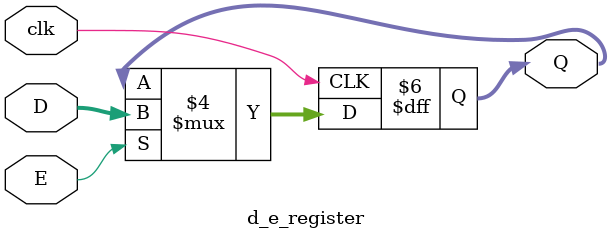
<source format=v>
`timescale 1ns / 1ps


module d_e_register(
    input [7:0] D,
    input E, 
    input clk, 
    output reg [7:0] Q
    );
    
    always @(posedge clk) begin
        if(E == 1) 
            Q = D;
        else 
            Q = Q; 
     end
    
endmodule

</source>
